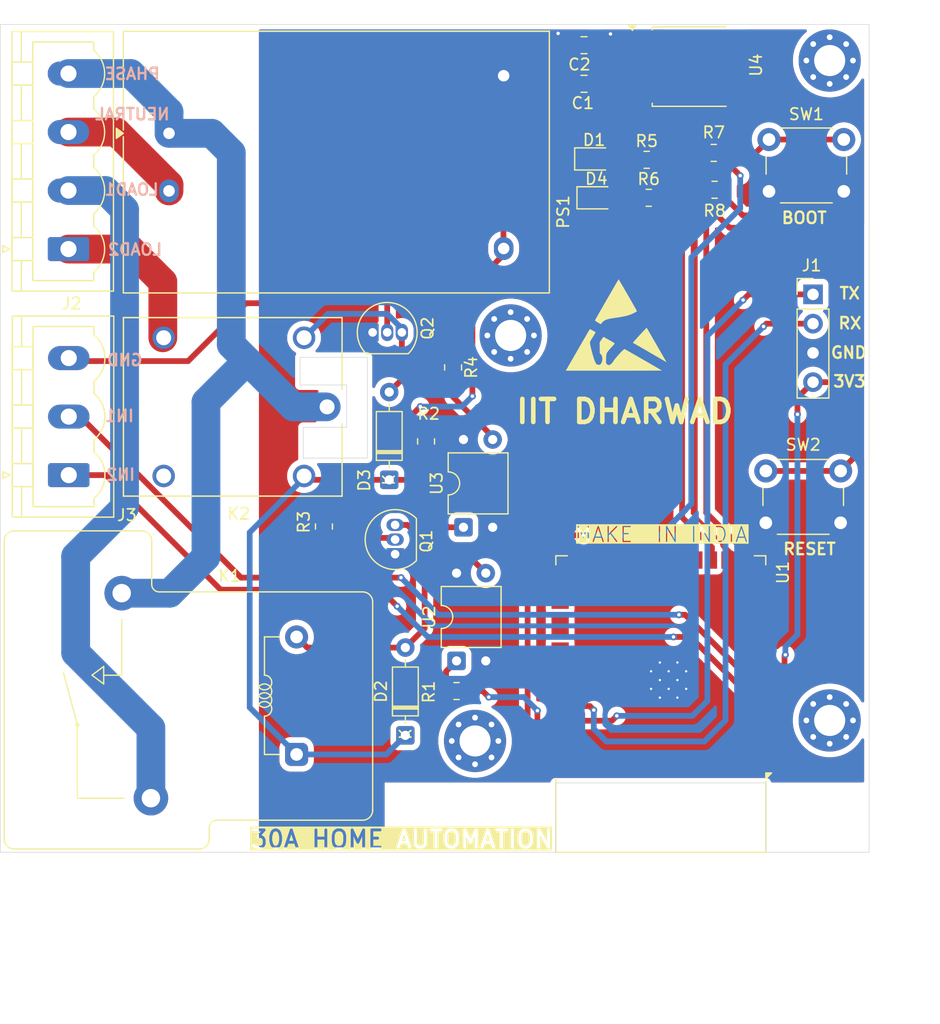
<source format=kicad_pcb>
(kicad_pcb (version 20241229) (generator "pcbnew") (generator_version "9.0")
  (title_block (title "30A HOME AUTOMATION") (date "2025-12-21") (comment 1 "Drawn By:-Er. Sujit Kumar"))
  (layers (0 "F.Cu" signal) (2 "B.Cu" signal) (13 "F.Paste" user) (15 "B.Paste" user) (5 "F.SilkS" user "F.Silkscreen") (7 "B.SilkS" user "B.Silkscreen") (1 "F.Mask" user) (3 "B.Mask" user) (25 "Edge.Cuts" user))
  (net 0 "")
  (net 1 "/5V")
  (net 2 "GND")
  (net 3 "/3V3")
  (net 4 "Net-(D1-A)")
  (net 5 "Net-(D2-A)")
  (net 6 "Net-(D3-A)")
  (net 7 "Net-(D4-A)")
  (net 8 "/RXD")
  (net 9 "/TXD")
  (net 10 "/L1")
  (net 11 "/N")
  (net 12 "/P")
  (net 13 "/L2")
  (net 14 "/IN1")
  (net 15 "/IN2")
  (net 17 "Net-(Q1-B)")
  (net 18 "Net-(Q2-B)")
  (net 19 "/R1")
  (net 20 "Net-(R1-Pad1)")
  (net 21 "/R2")
  (net 22 "Net-(R2-Pad1)")
  (net 23 "Net-(R3-Pad2)")
  (net 24 "Net-(R4-Pad1)")
  (net 25 "/LED1")
  (net 26 "/LED2")
  (net 27 "/BOOT")
  (net 28 "/EW")
  (net 31 "/EN")
  (footprint "Capacitor_SMD:C_0805_2012Metric" (layer "F.Cu") (at 160.85 55.425 180)
    (property "Reference" "C1")
    (property "Value" "10uF")
  )
  (footprint "Converter_ACDC:Converter_ACDC_Hi-Link_HLK-PMxx" (layer "F.Cu") (at 124.7875 59.725)
    (property "Reference" "PS1")
    (property "Value" "HLK-PM01")
  )
  (footprint "Resistor_SMD:R_0805_2012Metric" (layer "F.Cu") (at 149.775 108.15)
    (property "Reference" "R1")
    (property "Value" "1K")
  )
  (footprint "Resistor_SMD:R_0805_2012Metric" (layer "F.Cu") (at 172.2 64.625 180)
    (property "Reference" "R8")
    (property "Value" "10K")
  )
  (footprint "Package_DIP:DIP-4_W7.62mm" (layer "F.Cu") (at 150.375 93.93 90)
    (property "Reference" "U3")
    (property "Value" "PC817")
  )
  (footprint "Symbol:ESD-Logo_8.9x8mm_SilkScreen" (layer "F.Cu") (at 163.65 76.35)
    (property "Reference" "REF**" (hide yes))
    (property "Value" "ESD-Logo_8.9x8mm_SilkScreen" (hide yes))
  )
  (footprint "Diode_THT:D_DO-35_SOD27_P7.62mm_Horizontal" (layer "F.Cu") (at 143.925 89.81 90)
    (property "Reference" "D3")
    (property "Value" "1N4148")
  )
  (footprint "Resistor_SMD:R_0805_2012Metric" (layer "F.Cu") (at 172.125 61.425 180)
    (property "Reference" "R7")
    (property "Value" "10K")
  )
  (footprint "Connector_Phoenix_MSTB:PhoenixContact_MSTBVA_2,5_3-G-5,08_1x03_P5.08mm_Vertical" (layer "F.Cu") (at 116.075 89.4 90)
    (property "Reference" "J3")
    (property "Value" "Screw_Terminal_01x03")
  )
  (footprint "Connector_Phoenix_MSTB:PhoenixContact_MSTBVA_2,5_4-G-5,08_1x04_P5.08mm_Vertical" (layer "F.Cu") (at 116.05 69.775 90)
    (property "Reference" "J2")
    (property "Value" "Screw_Terminal_01x04")
  )
  (footprint "Button_Switch_THT:SW_PUSH_6mm" (layer "F.Cu") (at 176.925 60.265)
    (property "Reference" "SW1")
    (property "Value" "SW_Push")
  )
  (footprint "Relay_THT:Relay_SPST_RAYEX-L90AS" (layer "F.Cu") (at 138.415 108.55 180)
    (property "Reference" "K1")
    (property "Value" "RAYEX-L90AS")
  )
  (footprint "RF_Module:ESP32-WROOM-32" (layer "F.Cu") (at 167.525 106.285 180)
    (property "Reference" "U1")
    (property "Value" "ESP32-WROOM-32")
  )
  (footprint "MountingHole:MountingHole_2.7mm_M2.5_Pad_Via" (layer "F.Cu") (at 182.2 110.7)
    (property "Reference" "H4" (hide yes))
    (property "Value" "MountingHole_Pad")
  )
  (footprint "Resistor_SMD:R_0805_2012Metric" (layer "F.Cu") (at 166.3 62.025 180)
    (property "Reference" "R5")
    (property "Value" "1K")
  )
  (footprint "MountingHole:MountingHole_2.7mm_M2.5_Pad_Via" (layer "F.Cu") (at 151.381891 112.481891)
    (property "Reference" "H2" (hide yes))
    (property "Value" "MountingHole_Pad")
  )
  (footprint "PR13-5V-450-1C:RELAY_PR13-5V-450-1C" (layer "F.Cu") (at 130.325 83.475 180)
    (property "Reference" "K2")
    (property "Value" "PR13-5V-450-1C")
  )
  (footprint "MountingHole:MountingHole_2.7mm_M2.5_Pad_Via" (layer "F.Cu") (at 154.475 77.275)
    (property "Reference" "H1" (hide yes))
    (property "Value" "MountingHole_Pad")
  )
  (footprint "Resistor_SMD:R_0805_2012Metric" (layer "F.Cu") (at 149.475 80.05 90)
    (property "Reference" "R4")
    (property "Value" "1K")
  )
  (footprint "Capacitor_SMD:C_0805_2012Metric" (layer "F.Cu") (at 160.85 52.075 180)
    (property "Reference" "C2")
    (property "Value" "22uF")
  )
  (footprint "MountingHole:MountingHole_2.7mm_M2.5_Pad_Via" (layer "F.Cu") (at 182.2 53.406891)
    (property "Reference" "H3" (hide yes))
    (property "Value" "MountingHole_Pad")
  )
  (footprint "Diode_THT:D_DO-35_SOD27_P7.62mm_Horizontal" (layer "F.Cu") (at 145.325 111.995 90)
    (property "Reference" "D2")
    (property "Value" "1N4148" (hide yes))
  )
  (footprint "Connector_PinHeader_2.54mm:PinHeader_1x04_P2.54mm_Vertical" (layer "F.Cu") (at 180.75 73.71)
    (property "Reference" "J1")
    (property "Value" "Conn_01x04_Pin")
  )
  (footprint "Resistor_SMD:R_0805_2012Metric" (layer "F.Cu") (at 138.25 93.8625 90)
    (property "Reference" "R3")
    (property "Value" "1K")
  )
  (footprint "Resistor_SMD:R_0805_2012Metric" (layer "F.Cu") (at 147.125 86.475 90)
    (property "Reference" "R2")
    (property "Value" "1K")
  )
  (footprint "Package_TO_SOT_THT:TO-92_Inline" (layer "F.Cu") (at 144.435 96.265 90)
    (property "Reference" "Q1")
    (property "Value" "S8050")
  )
  (footprint "LED_SMD:LED_0805_2012Metric" (layer "F.Cu") (at 161.725 61.95)
    (property "Reference" "D1")
    (property "Value" "LED")
  )
  (footprint "Package_DIP:DIP-4_W7.62mm" (layer "F.Cu") (at 149.775 105.53 90)
    (property "Reference" "U2")
    (property "Value" "PC817")
  )
  (footprint "Resistor_SMD:R_0805_2012Metric" (layer "F.Cu") (at 166.475 65.325 180)
    (property "Reference" "R6")
    (property "Value" "1K")
  )
  (footprint "Button_Switch_THT:SW_PUSH_6mm" (layer "F.Cu") (at 176.65 89.04)
    (property "Reference" "SW2")
    (property "Value" "SW_Push")
  )
  (footprint "Package_TO_SOT_SMD:TO-252-3_TabPin2" (layer "F.Cu") (at 170.09 53.93)
    (property "Reference" "U4")
    (property "Value" "AMS1117CD-3.3")
  )
  (footprint "Package_TO_SOT_THT:TO-92_Inline" (layer "F.Cu") (at 142.48 77.01)
    (property "Reference" "Q2")
    (property "Value" "S8050")
  )
  (footprint "LED_SMD:LED_0805_2012Metric" (layer "F.Cu") (at 161.925 65.325)
    (property "Reference" "D4")
    (property "Value" "LED")
  )
  (gr_line (start 136.45 87.925) (end 136.45 85.25) (stroke (width 0.05)) (layer "Edge.Cuts"))
  (gr_line (start 136.175 79.175) (end 142.025 79.175) (stroke (width 0.05)) (layer "Edge.Cuts"))
  (gr_line (start 110.125 50.275) (end 185.625 50.275) (stroke (width 0.05)) (layer "Edge.Cuts"))
  (gr_line (start 140.225 85.25) (end 140.225 81.575) (stroke (width 0.05)) (layer "Edge.Cuts"))
  (gr_line (start 142.025 87.925) (end 136.45 87.925) (stroke (width 0.05)) (layer "Edge.Cuts"))
  (gr_line (start 142.025 79.175) (end 142.025 87.925) (stroke (width 0.05)) (layer "Edge.Cuts"))
  (gr_line (start 158.375 122.145) (end 110.125 122.145) (stroke (width 0.05)) (layer "Edge.Cuts"))
  (gr_line (start 110.125 122.145) (end 110.125 50.275) (stroke (width 0.05)) (layer "Edge.Cuts"))
  (gr_line (start 185.625 50.275) (end 185.625 122.145) (stroke (width 0.05)) (layer "Edge.Cuts"))
  (gr_line (start 158.375 116.125) (end 158.375 122.145) (stroke (width 0.05)) (layer "Edge.Cuts"))
  (gr_line (start 136.45 85.25) (end 140.225 85.25) (stroke (width 0.05)) (layer "Edge.Cuts"))
  (gr_line (start 140.225 81.575) (end 136.175 81.575) (stroke (width 0.05)) (layer "Edge.Cuts"))
  (gr_line (start 185.625 122.145) (end 176.675 122.145) (stroke (width 0.05)) (layer "Edge.Cuts"))
  (gr_line (start 176.675 122.145) (end 176.675 116.125) (stroke (width 0.05)) (layer "Edge.Cuts"))
  (gr_line (start 136.175 81.575) (end 136.175 79.175) (stroke (width 0.05)) (layer "Edge.Cuts"))
  (gr_line (start 176.675 116.125) (end 158.375 116.125) (stroke (width 0.05)) (layer "Edge.Cuts"))
  (gr_text "3V3\n" (at 182.4 81.85 0) (layer "F.SilkS") (effects (font (size 1 1) (thickness 0.2) (bold yes)) (justify left bottom)))
  (gr_text "GND\n" (at 182.2 79.35 0) (layer "F.SilkS") (effects (font (size 1 1) (thickness 0.2) (bold yes)) (justify left bottom)))
  (gr_text "MAKE  IN INDIA" (at 159.975 95.325 0) (layer "F.SilkS" knockout) (effects (font (size 1.3 1.3) (thickness 0.1)) (justify left bottom)))
  (gr_text "RX\n" (at 182.85 76.8 0) (layer "F.SilkS") (effects (font (size 1 1) (thickness 0.2) (bold yes)) (justify left bottom)))
  (gr_text "BOOT\n" (at 177.925 67.65 0) (layer "F.SilkS") (effects (font (size 1 1) (thickness 0.2) (bold yes)) (justify left bottom)))
  (gr_text "IIT DHARWAD" (at 154.75 85.05 0) (layer "F.SilkS") (effects (font (size 2 2) (thickness 0.4) (bold yes)) (justify left bottom)))
  (gr_text "RESET\n" (at 178.05 96.4 0) (layer "F.SilkS") (effects (font (size 1 1) (thickness 0.2) (bold yes)) (justify left bottom)))
  (gr_text "30A HOME AUTOMATION" (at 131.75 121.9 0) (layer "F.SilkS" knockout) (effects (font (size 1.5 1.5) (thickness 0.25) (bold yes)) (justify left bottom)))
  (gr_text "TX\n" (at 182.95 74.2 0) (layer "F.SilkS") (effects (font (size 1 1) (thickness 0.2) (bold yes)) (justify left bottom)))
  (gr_text "GND" (at 122.6 80 -0) (layer "B.SilkS") (effects (font (size 1 1) (thickness 0.2) (bold yes)) (justify left bottom mirror)))
  (gr_text "PHASE\n" (at 124.1 55.147 -0) (layer "B.SilkS") (effects (font (size 1 1) (thickness 0.2) (bold yes)) (justify left bottom mirror)))
  (gr_text "IN1" (at 121.85 84.85 -0) (layer "B.SilkS") (effects (font (size 1 1) (thickness 0.2) (bold yes)) (justify left bottom mirror)))
  (gr_text "LOAD2\n" (at 124.3 70.4 -0) (layer "B.SilkS") (effects (font (size 1 1) (thickness 0.2) (bold yes)) (justify left bottom mirror)))
  (gr_text "IN2\n" (at 121.95 89.95 -0) (layer "B.SilkS") (effects (font (size 1 1) (thickness 0.2) (bold yes)) (justify left bottom mirror)))
  (gr_text "NEUTRAL\n" (at 124.95 58.65 -0) (layer "B.SilkS") (effects (font (size 1 1) (thickness 0.2) (bold yes)) (justify left bottom mirror)))
  (gr_text "LOAD1\n\n" (at 124 66.803 -0) (layer "B.SilkS") (effects (font (size 1 1) (thickness 0.2) (bold yes)) (justify left bottom mirror)))
  (segment (start 162.5775 56.2025) (end 161.8 55.425) (width 0.5) (layer "F.Cu") (net 1))
  (segment (start 146.625 83.45) (end 146.65 83.425) (width 0.5) (layer "F.Cu") (net 1))
  (segment (start 153.8675 69.725) (end 153.85 69.7075) (width 0.5) (layer "F.Cu") (net 1))
  (segment (start 151.15 72.975) (end 153.8675 70.2575) (width 0.5) (layer "F.Cu") (net 1))
  (segment (start 160.625 59.125) (end 160.625 59.075) (width 0.5) (layer "F.Cu") (net 1))
  (segment (start 145.925 89.325) (end 145.925 84.15) (width 0.5) (layer "F.Cu") (net 1))
  (segment (start 143.925 89.81) (end 136.86 89.81) (width 0.5) (layer "F.Cu") (net 1))
  (segment (start 164.8675 56.2025) (end 162.5775 56.2025) (width 0.5) (layer "F.Cu") (net 1))
  (segment (start 161.8 57.9) (end 161.8 56.7) (width 0.5) (layer "F.Cu") (net 1))
  (segment (start 153.8675 70.2575) (end 153.8675 69.725) (width 0.5) (layer "F.Cu") (net 1))
  (segment (start 136.86 89.81) (end 136.525 89.475) (width 0.5) (layer "F.Cu") (net 1))
  (segment (start 145.925 84.15) (end 146.625 83.45) (width 0.5) (layer "F.Cu") (net 1))
  (segment (start 161.8 56.7) (end 161.8 55.425) (width 0.5) (layer "F.Cu") (net 1))
  (segment (start 145.44 89.81) (end 145.925 89.325) (width 0.5) (layer "F.Cu") (net 1))
  (segment (start 153.85 69.7075) (end 153.85 62.6) (width 0.5) (layer "F.Cu") (net 1))
  (segment (start 157.325 59.125) (end 160.625 59.125) (width 0.5) (layer "F.Cu") (net 1))
  (segment (start 160.625 59.075) (end 161.8 57.9) (width 0.5) (layer "F.Cu") (net 1))
  (segment (start 151.15 82.55) (end 151.15 72.975) (width 0.5) (layer "F.Cu") (net 1))
  (segment (start 143.925 89.81) (end 145.44 89.81) (width 0.5) (layer "F.Cu") (net 1))
  (segment (start 153.85 62.6) (end 157.325 59.125) (width 0.5) (layer "F.Cu") (net 1))
  (via (at 151.15 82.55) (size 0.6) (drill 0.3) (layers "F.Cu" "B.Cu") (net 1))
  (via (at 146.625 83.45) (size 0.6) (drill 0.3) (layers "F.Cu" "B.Cu") (net 1))
  (segment (start 146.625 83.45) (end 150.25 83.45) (width 0.5) (layer "B.Cu") (net 1))
  (segment (start 150.25 83.45) (end 151.15 82.55) (width 0.5) (layer "B.Cu") (net 1))
  (segment (start 135.875 113.65) (end 131.8 109.575) (width 0.5) (layer "B.Cu") (net 1))
  (segment (start 136.525 89.65) (end 136.525 89.475) (width 0.5) (layer "B.Cu") (net 1))
  (segment (start 143.67 113.65) (end 145.325 111.995) (width 0.5) (layer "B.Cu") (net 1))
  (segment (start 135.875 113.65) (end 143.67 113.65) (width 0.5) (layer "B.Cu") (net 1))
  (segment (start 131.8 94.375) (end 136.525 89.65) (width 0.5) (layer "B.Cu") (net 1))
  (segment (start 131.8 109.575) (end 131.8 94.375) (width 0.5) (layer "B.Cu") (net 1))
  (segment (start 140.65 74.475) (end 142.175 76) (width 0.5) (layer "F.Cu") (net 2))
  (segment (start 126.45 79.5) (end 131.475 74.475) (width 0.5) (layer "F.Cu") (net 2))
  (segment (start 116.335 79.5) (end 126.45 79.5) (width 0.5) (layer "F.Cu") (net 2))
  (segment (start 142.175 76) (end 142.175 76.91) (width 0.5) (layer "F.Cu") (net 2))
  (segment (start 131.475 74.475) (end 140.65 74.475) (width 0.5) (layer "F.Cu") (net 2))
  (segment (start 116.075 79.24) (end 116.335 79.5) (width 0.5) (layer "F.Cu") (net 2))
  (via (at 163.15 51.1) (size 0.6) (drill 0.3) (layers "F.Cu" "B.Cu") (net 2))
  (via (at 158.6 51.05) (size 0.6) (drill 0.3) (layers "F.Cu" "B.Cu") (net 2))
  (segment (start 178.35 105) (end 178.275 105.075) (width 0.5) (layer "F.Cu") (net 3))
  (segment (start 178.275 105.075) (end 178.275 112.35) (width 0.5) (layer "F.Cu") (net 3))
  (segment (start 171.2875 64.625) (end 171.2875 65.7125) (width 0.5) (layer "F.Cu") (net 3))
  (segment (start 179.4 82.68) (end 179.4 84.125) (width 0.5) (layer "F.Cu") (net 3))
  (segment (start 171.35 61.2875) (end 171.2125 61.425) (width 0.5) (layer "F.Cu") (net 3))
  (segment (start 161.8 52.075) (end 161.8 52.825) (width 0.5) (layer "F.Cu") (net 3))
  (segment (start 171.2125 61.425) (end 171.2125 64.55) (width 0.5) (layer "F.Cu") (net 3))
  (segment (start 182.1 67.925) (end 183.175 69) (width 0.5) (layer "F.Cu") (net 3))
  (segment (start 162.8975 53.9225) (end 165.05 53.9225) (width 0.5) (layer "F.Cu") (net 3))
  (segment (start 180.75 81.33) (end 179.4 82.68) (width 0.5) (layer "F.Cu") (net 3))
  (segment (start 171.2875 65.7125) (end 173.5 67.925) (width 0.5) (layer "F.Cu") (net 3))
  (segment (start 182.22 81.33) (end 180.75 81.33) (width 0.5) (layer "F.Cu") (net 3))
  (segment (start 177.36 113.265) (end 176.275 113.265) (width 0.5) (layer "F.Cu") (net 3))
  (segment (start 183.175 80.375) (end 182.22 81.33) (width 0.5) (layer "F.Cu") (net 3))
  (segment (start 171.2125 64.55) (end 171.2875 64.625) (width 0.5) (layer "F.Cu") (net 3))
  (segment (start 171.2775 53.85) (end 171.35 53.9225) (width 0.5) (layer "F.Cu") (net 3))
  (segment (start 178.275 112.35) (end 177.36 113.265) (width 0.5) (layer "F.Cu") (net 3))
  (segment (start 165.2325 54.105) (end 165.4875 53.85) (width 0.5) (layer "F.Cu") (net 3))
  (segment (start 161.8 52.825) (end 162.8975 53.9225) (width 0.5) (layer "F.Cu") (net 3))
  (segment (start 165.4875 53.85) (end 171.2775 53.85) (width 0.5) (layer "F.Cu") (net 3))
  (segment (start 183.175 69) (end 183.175 80.375) (width 0.5) (layer "F.Cu") (net 3))
  (segment (start 173.5 67.925) (end 182.1 67.925) (width 0.5) (layer "F.Cu") (net 3))
  (segment (start 171.35 53.9225) (end 171.35 61.2875) (width 0.5) (layer "F.Cu") (net 3))
  (via (at 179.4 84.125) (size 0.6) (drill 0.3) (layers "F.Cu" "B.Cu") (net 3))
  (via (at 178.35 105) (size 0.6) (drill 0.3) (layers "F.Cu" "B.Cu") (net 3))
  (segment (start 178.35 104.3) (end 179.4 103.25) (width 0.5) (layer "B.Cu") (net 3))
  (segment (start 179.4 103.25) (end 179.4 84.125) (width 0.5) (layer "B.Cu") (net 3))
  (segment (start 178.35 105) (end 178.35 104.3) (width 0.5) (layer "B.Cu") (net 3))
  (segment (start 162.6625 61.95) (end 165.3125 61.95) (width 0.5) (layer "F.Cu") (net 4))
  (segment (start 165.3125 61.95) (end 165.3875 62.025) (width 0.5) (layer "F.Cu") (net 4))
  (segment (start 144.435 93.725) (end 145.5 93.725) (width 0.5) (layer "F.Cu") (net 5))
  (segment (start 145.325 104.375) (end 136.8 104.375) (width 0.5) (layer "F.Cu") (net 5))
  (segment (start 147 102.7) (end 145.325 104.375) (width 0.5) (layer "F.Cu") (net 5))
  (segment (start 145.5 93.725) (end 147 95.225) (width 0.5) (layer "F.Cu") (net 5))
  (segment (start 147 95.225) (end 147 102.7) (width 0.5) (layer "F.Cu") (net 5))
  (segment (start 136.8 104.375) (end 135.875 103.45) (width 0.5) (layer "F.Cu") (net 5))
  (segment (start 145.02 81.095) (end 143.925 82.19) (width 0.5) (layer "F.Cu") (net 6))
  (segment (start 145.02 77.01) (end 145.02 81.095) (width 0.5) (layer "F.Cu") (net 6))
  (segment (start 136.525 77.475) (end 138.6 75.4) (width 0.5) (layer "B.Cu") (net 6))
  (segment (start 145.02 77.345272) (end 145.02 77.01) (width 0.5) (layer "B.Cu") (net 6))
  (segment (start 143.745272 75.4) (end 144.726 76.380728) (width 0.5) (layer "B.Cu") (net 6))
  (segment (start 144.726 76.380728) (end 144.726 77.051272) (width 0.5) (layer "B.Cu") (net 6))
  (segment (start 138.6 75.4) (end 143.745272 75.4) (width 0.5) (layer "B.Cu") (net 6))
  (segment (start 144.726 77.051272) (end 145.02 77.345272) (width 0.5) (layer "B.Cu") (net 6))
  (segment (start 162.8625 65.325) (end 165.5625 65.325) (width 0.5) (layer "F.Cu") (net 7))
  (segment (start 176.7 76.25) (end 176.45 76.5) (width 0.5) (layer "F.Cu") (net 8))
  (segment (start 158.775 109.455) (end 161.355 109.455) (width 0.5) (layer "F.Cu") (net 8))
  (segment (start 161.355 109.455) (end 161.7 109.8) (width 0.5) (layer "F.Cu") (net 8))
  (segment (start 180.75 76.25) (end 176.7 76.25) (width 0.5) (layer "F.Cu") (net 8))
  (via (at 176.45 76.5) (size 0.6) (drill 0.3) (layers "F.Cu" "B.Cu") (net 8))
  (via (at 161.7 109.8) (size 0.6) (drill 0.3) (layers "F.Cu" "B.Cu") (net 8))
  (segment (start 173.15 110.675) (end 171.3 112.525) (width 0.5) (layer "B.Cu") (net 8))
  (segment (start 161.7 111.425) (end 161.7 109.8) (width 0.5) (layer "B.Cu") (net 8))
  (segment (start 176.45 76.5) (end 173.15 79.8) (width 0.5) (layer "B.Cu") (net 8))
  (segment (start 173.15 79.8) (end 173.15 110.675) (width 0.5) (layer "B.Cu") (net 8))
  (segment (start 162.8 112.525) (end 161.7 111.425) (width 0.5) (layer "B.Cu") (net 8))
  (segment (start 171.3 112.525) (end 170.975 112.525) (width 0.5) (layer "B.Cu") (net 8))
  (segment (start 170.975 112.525) (end 162.8 112.525) (width 0.5) (layer "B.Cu") (net 8))
  (segment (start 180.75 73.71) (end 175.165 73.71) (width 0.5) (layer "F.Cu") (net 9))
  (segment (start 175.165 73.71) (end 174.675 74.2) (width 0.5) (layer "F.Cu") (net 9))
  (segment (start 163.275 110.725) (end 163.7 110.3) (width 0.5) (layer "F.Cu") (net 9))
  (segment (start 158.775 110.725) (end 163.275 110.725) (width 0.5) (layer "F.Cu") (net 9))
  (via (at 163.7 110.3) (size 0.6) (drill 0.3) (layers "F.Cu" "B.Cu") (net 9))
  (via (at 174.675 74.2) (size 0.6) (drill 0.3) (layers "F.Cu" "B.Cu") (net 9))
  (segment (start 171.575 108.175) (end 171.575 77.3) (width 0.5) (layer "B.Cu") (net 9))
  (segment (start 171.575 108.175) (end 171.575 109) (width 0.5) (layer "B.Cu") (net 9))
  (segment (start 170.275 110.3) (end 163.7 110.3) (width 0.5) (layer "B.Cu") (net 9))
  (segment (start 171.575 77.3) (end 174.675 74.2) (width 0.5) (layer "B.Cu") (net 9))
  (segment (start 170.775 109.8) (end 170.275 110.3) (width 0.5) (layer "B.Cu") (net 9))
  (segment (start 171.575 109) (end 170.775 109.8) (width 0.5) (layer "B.Cu") (net 9))
  (segment (start 119.27 64.695) (end 120.925 66.35) (width 2.5) (layer "B.Cu") (net 10))
  (segment (start 123.215 111.365) (end 123.215 117.45) (width 2.5) (layer "B.Cu") (net 10))
  (segment (start 116.675 96.45) (end 116.675 104.825) (width 2.5) (layer "B.Cu") (net 10))
  (segment (start 120.925 66.35) (end 120.925 92.2) (width 2.5) (layer "B.Cu") (net 10))
  (segment (start 116.05 64.695) (end 119.27 64.695) (width 2.5) (layer "B.Cu") (net 10))
  (segment (start 116.675 104.825) (end 123.215 111.365) (width 2.5) (layer "B.Cu") (net 10))
  (segment (start 120.925 92.2) (end 116.675 96.45) (width 2.5) (layer "B.Cu") (net 10))
  (segment (start 116.05 59.615) (end 120.215 59.615) (width 2.5) (layer "F.Cu") (net 11))
  (segment (start 124.7875 64.1875) (end 124.7875 64.725) (width 2.5) (layer "F.Cu") (net 11))
  (segment (start 120.215 59.615) (end 124.7875 64.1875) (width 2.5) (layer "F.Cu") (net 11))
  (segment (start 130.2 61.425) (end 130.2 78.076288) (width 2.5) (layer "B.Cu") (net 12))
  (segment (start 128 83.05) (end 131.586856 79.463144) (width 2.5) (layer "B.Cu") (net 12))
  (segment (start 130.2 78.076288) (end 135.598712 83.475) (width 2.5) (layer "B.Cu") (net 12))
  (segment (start 124.85 99.65) (end 128 96.5) (width 2.5) (layer "B.Cu") (net 12))
  (segment (start 124.7875 59.725) (end 128.5 59.725) (width 2.5) (layer "B.Cu") (net 12))
  (segment (start 121.46 54.535) (end 124.7875 57.8625) (width 2.5) (layer "B.Cu") (net 12))
  (segment (start 135.598712 83.475) (end 138.45 83.475) (width 2.5) (layer "B.Cu") (net 12))
  (segment (start 120.675 99.65) (end 124.85 99.65) (width 2.5) (layer "B.Cu") (net 12))
  (segment (start 116.05 54.535) (end 121.46 54.535) (width 2.5) (layer "B.Cu") (net 12))
  (segment (start 128 96.5) (end 128 83.05) (width 2.5) (layer "B.Cu") (net 12))
  (segment (start 128.5 59.725) (end 130.2 61.425) (width 2.5) (layer "B.Cu") (net 12))
  (segment (start 124.7875 57.8625) (end 124.7875 59.725) (width 2.5) (layer "B.Cu") (net 12))
  (segment (start 116.05 69.775) (end 121.4 69.775) (width 2.5) (layer "F.Cu") (net 13))
  (segment (start 124.25 72.625) (end 124.25 77.475) (width 2.5) (layer "F.Cu") (net 13))
  (segment (start 121.4 69.775) (end 124.25 72.625) (width 2.5) (layer "F.Cu") (net 13))
  (segment (start 143.175 99.35) (end 144.6125 100.7875) (width 0.5) (layer "F.Cu") (net 14))
  (segment (start 129.275 99.35) (end 129.425 99.35) (width 0.5) (layer "F.Cu") (net 14))
  (segment (start 144.6125 100.7875) (end 144.625 100.8) (width 0.5) (layer "F.Cu") (net 14))
  (segment (start 174.835 108.185) (end 170.1 103.45) (width 0.5) (layer "F.Cu") (net 14))
  (segment (start 176.275 108.185) (end 174.835 108.185) (width 0.5) (layer "F.Cu") (net 14))
  (segment (start 116.075 89.4) (end 119.325 89.4) (width 0.5) (layer "F.Cu") (net 14))
  (segment (start 129.425 99.35) (end 143.175 99.35) (width 0.5) (layer "F.Cu") (net 14))
  (segment (start 170.1 103.45) (end 168.625 103.45) (width 0.5) (layer "F.Cu") (net 14))
  (segment (start 119.325 89.4) (end 125.075 95.15) (width 0.5) (layer "F.Cu") (net 14))
  (segment (start 125.075 95.15) (end 129.275 99.35) (width 0.5) (layer "F.Cu") (net 14))
  (via (at 168.625 103.45) (size 0.6) (drill 0.3) (layers "F.Cu" "B.Cu") (net 14))
  (via (at 144.6125 100.7875) (size 0.6) (drill 0.3) (layers "F.Cu" "B.Cu") (net 14))
  (segment (start 168.625 103.45) (end 168.7 103.45) (width 0.5) (layer "B.Cu") (net 14))
  (segment (start 147.275 103.45) (end 168.625 103.45) (width 0.5) (layer "B.Cu") (net 14))
  (segment (start 144.6125 100.7875) (end 147.275 103.45) (width 0.5) (layer "B.Cu") (net 14))
  (segment (start 176.275 106.915) (end 175.025 106.915) (width 0.5) (layer "F.Cu") (net 15))
  (segment (start 175.025 106.915) (end 169.635 101.525) (width 0.5) (layer "F.Cu") (net 15))
  (segment (start 169.635 101.525) (end 169.1 101.525) (width 0.5) (layer "F.Cu") (net 15))
  (segment (start 117.07 84.32) (end 131.05 98.3) (width 0.5) (layer "F.Cu") (net 15))
  (segment (start 144.95 98.3) (end 145 98.3) (width 0.5) (layer "F.Cu") (net 15))
  (segment (start 116.075 84.32) (end 117.07 84.32) (width 0.5) (layer "F.Cu") (net 15))
  (segment (start 131.05 98.3) (end 144.95 98.3) (width 0.5) (layer "F.Cu") (net 15))
  (via (at 144.95 98.3) (size 0.6) (drill 0.3) (layers "F.Cu" "B.Cu") (net 15))
  (via (at 169.1 101.525) (size 0.6) (drill 0.3) (layers "F.Cu" "B.Cu") (net 15))
  (segment (start 148.175 101.525) (end 169.1 101.525) (width 0.5) (layer "B.Cu") (net 15))
  (segment (start 144.95 98.3) (end 148.175 101.525) (width 0.5) (layer "B.Cu") (net 15))
  (segment (start 138.325 94.85) (end 144.29 94.85) (width 0.5) (layer "F.Cu") (net 17))
  (segment (start 138.25 94.775) (end 138.325 94.85) (width 0.5) (layer "F.Cu") (net 17))
  (segment (start 144.29 94.85) (end 144.435 94.995) (width 0.5) (layer "F.Cu") (net 17))
  (segment (start 149.6 75.1) (end 149.6 79.0125) (width 0.5) (layer "F.Cu") (net 18))
  (segment (start 143.75 77.01) (end 143.75 74.25) (width 0.5) (layer "F.Cu") (net 18))
  (segment (start 149.6 79.0125) (end 149.475 79.1375) (width 0.5) (layer "F.Cu") (net 18))
  (segment (start 143.75 74.25) (end 144.075 73.925) (width 0.5) (layer "F.Cu") (net 18))
  (segment (start 144.075 73.925) (end 148.425 73.925) (width 0.5) (layer "F.Cu") (net 18))
  (segment (start 148.425 73.925) (end 149.6 75.1) (width 0.5) (layer "F.Cu") (net 18))
  (segment (start 157.943 111.995) (end 156.8 110.852) (width 0.5) (layer "F.Cu") (net 19))
  (segment (start 150.6875 108.15) (end 152.05 108.15) (width 0.5) (layer "F.Cu") (net 19))
  (segment (start 152.05 108.15) (end 152.575 108.675) (width 0.5) (layer "F.Cu") (net 19))
  (segment (start 158.775 111.995) (end 157.943 111.995) (width 0.5) (layer "F.Cu") (net 19))
  (segment (start 156.8 110.852) (end 156.8 109.85) (width 0.5) (layer "F.Cu") (net 19))
  (via (at 156.8 109.85) (size 0.6) (drill 0.3) (layers "F.Cu" "B.Cu") (net 19))
  (via (at 152.575 108.675) (size 0.6) (drill 0.3) (layers "F.Cu" "B.Cu") (net 19))
  (segment (start 155.625 108.675) (end 156.8 109.85) (width 0.5) (layer "B.Cu") (net 19))
  (segment (start 152.575 108.675) (end 155.625 108.675) (width 0.5) (layer "B.Cu") (net 19))
  (segment (start 148.8625 108.15) (end 148.8625 106.4425) (width 0.5) (layer "F.Cu") (net 20))
  (segment (start 148.8625 106.4425) (end 149.775 105.53) (width 0.5) (layer "F.Cu") (net 20))
  (segment (start 152.95 88.825) (end 155.95 91.825) (width 0.5) (layer "F.Cu") (net 21))
  (segment (start 150.325 88.825) (end 152.95 88.825) (width 0.5) (layer "F.Cu") (net 21))
  (segment (start 155.95 111.69) (end 157.525 113.265) (width 0.5) (layer "F.Cu") (net 21))
  (segment (start 148.675 85.975) (end 148.675 87.175) (width 0.5) (layer "F.Cu") (net 21))
  (segment (start 155.95 91.825) (end 155.95 111.69) (width 0.5) (layer "F.Cu") (net 21))
  (segment (start 148.675 87.175) (end 150.325 88.825) (width 0.5) (layer "F.Cu") (net 21))
  (segment (start 157.525 113.265) (end 158.775 113.265) (width 0.5) (layer "F.Cu") (net 21))
  (segment (start 147.125 85.5625) (end 148.2625 85.5625) (width 0.5) (layer "F.Cu") (net 21))
  (segment (start 148.2625 85.5625) (end 148.675 85.975) (width 0.5) (layer "F.Cu") (net 21))
  (segment (start 150.375 93.93) (end 149.03 93.93) (width 0.5) (layer "F.Cu") (net 22))
  (segment (start 147.125 92.025) (end 147.125 87.3875) (width 0.5) (layer "F.Cu") (net 22))
  (segment (start 149.03 93.93) (end 147.125 92.025) (width 0.5) (layer "F.Cu") (net 22))
  (segment (start 150.805 96.4) (end 152.315 97.91) (width 0.5) (layer "F.Cu") (net 23))
  (segment (start 139.3 92.95) (end 140.35 91.9) (width 0.5) (layer "F.Cu") (net 23))
  (segment (start 145.775 91.9) (end 147.85 93.975) (width 0.5) (layer "F.Cu") (net 23))
  (segment (start 149.025 96.4) (end 150.805 96.4) (width 0.5) (layer "F.Cu") (net 23))
  (segment (start 140.35 91.9) (end 145.775 91.9) (width 0.5) (layer "F.Cu") (net 23))
  (segment (start 138.25 92.95) (end 139.3 92.95) (width 0.5) (layer "F.Cu") (net 23))
  (segment (start 147.85 95.225) (end 149.025 96.4) (width 0.5) (layer "F.Cu") (net 23))
  (segment (start 147.85 93.975) (end 147.85 95.225) (width 0.5) (layer "F.Cu") (net 23))
  (segment (start 149.475 82.625) (end 152.915 86.065) (width 0.5) (layer "F.Cu") (net 24))
  (segment (start 152.915 86.065) (end 152.915 86.31) (width 0.5) (layer "F.Cu") (net 24))
  (segment (start 149.475 80.9625) (end 149.475 82.625) (width 0.5) (layer "F.Cu") (net 24))
  (segment (start 167.2125 62.025) (end 168.45 62.025) (width 0.5) (layer "F.Cu") (net 25))
  (segment (start 171.475 92.675) (end 174.125 95.325) (width 0.5) (layer "F.Cu") (net 25))
  (segment (start 171.475 67.4) (end 171.475 92.675) (width 0.5) (layer "F.Cu") (net 25))
  (segment (start 175.75 95.325) (end 176.275 95.85) (width 0.5) (layer "F.Cu") (net 25))
  (segment (start 168.45 62.025) (end 169.275 62.85) (width 0.5) (layer "F.Cu") (net 25))
  (segment (start 169.275 62.85) (end 169.275 65.2) (width 0.5) (layer "F.Cu") (net 25))
  (segment (start 169.275 65.2) (end 171.475 67.4) (width 0.5) (layer "F.Cu") (net 25))
  (segment (start 174.125 95.325) (end 175.75 95.325) (width 0.5) (layer "F.Cu") (net 25))
  (segment (start 176.275 95.85) (end 176.275 98.025) (width 0.5) (layer "F.Cu") (net 25))
  (segment (start 169.375 93.075) (end 171.965 95.665) (width 0.5) (layer "F.Cu") (net 26))
  (segment (start 169.375 66.45) (end 169.375 92.25) (width 0.5) (layer "F.Cu") (net 26))
  (segment (start 168.25 65.325) (end 169.375 66.45) (width 0.5) (layer "F.Cu") (net 26))
  (segment (start 169.375 92.45) (end 169.375 93.075) (width 0.5) (layer "F.Cu") (net 26))
  (segment (start 167.3875 65.325) (end 168.25 65.325) (width 0.5) (layer "F.Cu") (net 26))
  (segment (start 169.375 92.25) (end 169.375 92.45) (width 0.5) (layer "F.Cu") (net 26))
  (segment (start 171.965 95.665) (end 171.965 96.775) (width 0.5) (layer "F.Cu") (net 26))
  (segment (start 158.6 95.375) (end 158.6 97.85) (width 0.5) (layer "F.Cu") (net 27))
  (segment (start 159.35 94.625) (end 158.6 95.375) (width 0.5) (layer "F.Cu") (net 27))
  (segment (start 173.0375 61.425) (end 173.0375 62.0125) (width 0.5) (layer "F.Cu") (net 27))
  (segment (start 173.0375 61.425) (end 175.765 61.425) (width 0.5) (layer "F.Cu") (net 27))
  (segment (start 173.0375 62.0125) (end 174.425 63.4) (width 0.5) (layer "F.Cu") (net 27))
  (segment (start 176.925 60.265) (end 183.425 60.265) (width 0.5) (layer "F.Cu") (net 27))
  (segment (start 158.6 97.85) (end 158.775 98.025) (width 0.5) (layer "F.Cu") (net 27))
  (segment (start 175.765 61.425) (end 176.925 60.265) (width 0.5) (layer "F.Cu") (net 27))
  (segment (start 160.8 94.625) (end 159.35 94.625) (width 0.5) (layer "F.Cu") (net 27))
  (via (at 160.8 94.625) (size 0.6) (drill 0.3) (layers "F.Cu" "B.Cu") (net 27))
  (via (at 174.425 63.4) (size 0.6) (drill 0.3) (layers "F.Cu" "B.Cu") (net 27))
  (segment (start 174.425 66.25) (end 170.175 70.5) (width 0.5) (layer "B.Cu") (net 27))
  (segment (start 169.65 92.45) (end 167.475 94.625) (width 0.5) (layer "B.Cu") (net 27))
  (segment (start 170.175 91.9) (end 169.65 92.425) (width 0.5) (layer "B.Cu") (net 27))
  (segment (start 167.475 94.625) (end 160.8 94.625) (width 0.5) (layer "B.Cu") (net 27))
  (segment (start 170.175 70.5) (end 170.175 91.9) (width 0.5) (layer "B.Cu") (net 27))
  (segment (start 160.8 94.625) (end 160.75 94.625) (width 0.5) (layer "B.Cu") (net 27))
  (segment (start 174.425 63.4) (end 174.425 66.25) (width 0.5) (layer "B.Cu") (net 27))
  (segment (start 169.65 92.425) (end 169.65 92.45) (width 0.5) (layer "B.Cu") (net 27))
  (segment (start 184.225 67.8) (end 184.225 87.965) (width 0.5) (layer "F.Cu") (net 28))
  (segment (start 183.275 66.85) (end 184.225 67.8) (width 0.5) (layer "F.Cu") (net 28))
  (segment (start 184.225 87.965) (end 183.15 89.04) (width 0.5) (layer "F.Cu") (net 28))
  (segment (start 174.65 66.85) (end 183.275 66.85) (width 0.5) (layer "F.Cu") (net 28))
  (segment (start 173.1125 65.3125) (end 174.65 66.85) (width 0.5) (layer "F.Cu") (net 28))
  (segment (start 173.1125 64.625) (end 173.1125 65.3125) (width 0.5) (layer "F.Cu") (net 28))
  (segment (start 176.65 89.04) (end 183.15 89.04) (width 0.5) (layer "F.Cu") (net 28))
  (zone (net 2) (net_name "GND") (layers "F.Cu" "B.Cu") (connect_pads yes (clearance 0.5)) (min_thickness 0.25) (fill yes (thermal_gap 0.5) (thermal_bridge_width 0.5))
    (polygon (pts (xy 132.6 48.15) (xy 188 48.15) (xy 191.8 48.3) (xy 191.525 124.3) (xy 191.325 124.5) (xy 132.75 124.5) (xy 132.6 124.35)))
  )
)
</source>
